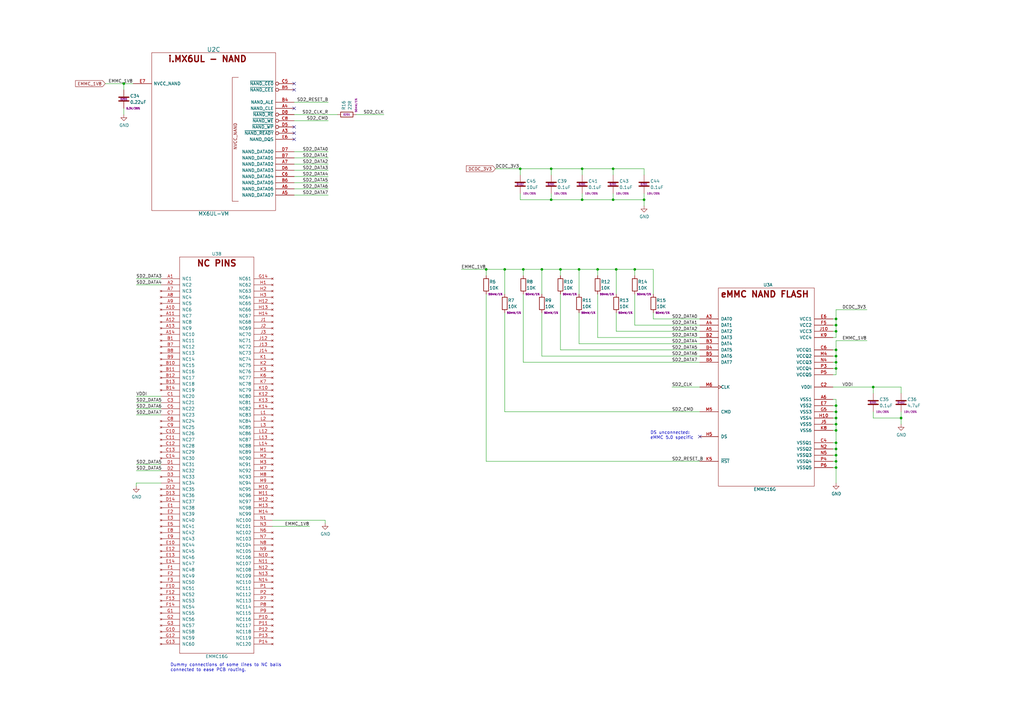
<source format=kicad_sch>
(kicad_sch (version 20230121) (generator eeschema)
  (paper "A3")
  (title_block (title "USB armory Mk II LAN") (date "2023-10-02") (rev "β") (company "WithSecure") (comment 1 "Copyright (c) The USB armory authors") (comment 2 "License: CERN-OHL-S") (comment 3 "https://github.com/usbarmory/usbarmory"))
  (junction (at 238.76 81.915))
  (junction (at 342.9 133.35))
  (junction (at 342.9 184.15))
  (junction (at 237.49 110.49))
  (junction (at 342.9 135.89))
  (junction (at 264.16 81.915))
  (junction (at 213.36 69.215))
  (junction (at 222.25 110.49))
  (junction (at 245.11 110.49))
  (junction (at 238.76 69.215))
  (junction (at 251.46 69.215))
  (junction (at 342.9 168.91))
  (junction (at 342.9 171.45))
  (junction (at 342.9 189.23))
  (junction (at 342.9 186.69))
  (junction (at 214.63 110.49))
  (junction (at 342.9 146.05))
  (junction (at 369.57 171.45))
  (junction (at 260.35 110.49))
  (junction (at 342.9 151.13))
  (junction (at 199.39 110.49))
  (junction (at 342.9 176.53))
  (junction (at 251.46 81.915))
  (junction (at 50.8 34.29))
  (junction (at 342.9 143.51))
  (junction (at 342.9 173.99))
  (junction (at 226.06 81.915))
  (junction (at 342.9 166.37))
  (junction (at 342.9 191.77))
  (junction (at 342.9 181.61))
  (junction (at 207.01 110.49))
  (junction (at 226.06 69.215))
  (junction (at 342.9 130.81))
  (junction (at 358.14 158.75))
  (junction (at 342.9 148.59))
  (junction (at 229.87 110.49))
  (junction (at 252.73 110.49))
  (no_connect (at 287.02 179.07))
  (no_connect (at 120.65 34.29))
  (no_connect (at 120.65 54.61))
  (no_connect (at 120.65 52.07))
  (no_connect (at 120.65 57.15))
  (no_connect (at 120.65 44.45))
  (no_connect (at 120.65 36.83))
  (wire (pts (xy 342.9 173.99) (xy 342.9 171.45)))
  (wire (pts (xy 251.46 81.915) (xy 251.46 79.375)))
  (wire (pts (xy 237.49 110.49) (xy 245.11 110.49)))
  (wire (pts (xy 120.65 69.85) (xy 134.62 69.85)))
  (wire (pts (xy 342.9 148.59) (xy 342.9 146.05)))
  (wire (pts (xy 120.65 62.23) (xy 134.62 62.23)))
  (wire (pts (xy 264.16 69.215) (xy 264.16 71.755)))
  (wire (pts (xy 342.9 176.53) (xy 342.9 173.99)))
  (wire (pts (xy 260.35 113.03) (xy 260.35 110.49)))
  (wire (pts (xy 341.63 176.53) (xy 342.9 176.53)))
  (wire (pts (xy 207.01 168.91) (xy 287.02 168.91)))
  (wire (pts (xy 358.14 158.75) (xy 369.57 158.75)))
  (wire (pts (xy 213.36 79.375) (xy 213.36 81.915)))
  (wire (pts (xy 342.9 153.67) (xy 342.9 151.13)))
  (wire (pts (xy 275.59 158.75) (xy 287.02 158.75)))
  (wire (pts (xy 213.36 71.755) (xy 213.36 69.215)))
  (wire (pts (xy 341.63 163.83) (xy 342.9 163.83)))
  (wire (pts (xy 341.63 171.45) (xy 342.9 171.45)))
  (wire (pts (xy 55.88 114.3) (xy 66.04 114.3)))
  (wire (pts (xy 55.88 198.12) (xy 55.88 199.39)))
  (wire (pts (xy 237.49 140.97) (xy 287.02 140.97)))
  (wire (pts (xy 264.16 81.915) (xy 264.16 79.375)))
  (wire (pts (xy 245.11 120.65) (xy 245.11 138.43)))
  (wire (pts (xy 260.35 120.65) (xy 260.35 133.35)))
  (wire (pts (xy 341.63 151.13) (xy 342.9 151.13)))
  (wire (pts (xy 55.88 116.84) (xy 66.04 116.84)))
  (wire (pts (xy 214.63 148.59) (xy 287.02 148.59)))
  (wire (pts (xy 199.39 189.23) (xy 287.02 189.23)))
  (wire (pts (xy 43.18 34.29) (xy 50.8 34.29)))
  (wire (pts (xy 207.01 110.49) (xy 214.63 110.49)))
  (wire (pts (xy 341.63 133.35) (xy 342.9 133.35)))
  (wire (pts (xy 341.63 158.75) (xy 358.14 158.75)))
  (wire (pts (xy 358.14 161.29) (xy 358.14 158.75)))
  (wire (pts (xy 207.01 128.27) (xy 207.01 168.91)))
  (wire (pts (xy 120.65 77.47) (xy 134.62 77.47)))
  (wire (pts (xy 238.76 69.215) (xy 251.46 69.215)))
  (wire (pts (xy 251.46 81.915) (xy 264.16 81.915)))
  (wire (pts (xy 146.05 46.99) (xy 157.48 46.99)))
  (wire (pts (xy 342.9 184.15) (xy 342.9 181.61)))
  (wire (pts (xy 341.63 138.43) (xy 342.9 138.43)))
  (wire (pts (xy 245.11 138.43) (xy 287.02 138.43)))
  (wire (pts (xy 342.9 181.61) (xy 342.9 176.53)))
  (wire (pts (xy 260.35 133.35) (xy 287.02 133.35)))
  (wire (pts (xy 342.9 168.91) (xy 342.9 166.37)))
  (wire (pts (xy 251.46 69.215) (xy 264.16 69.215)))
  (wire (pts (xy 267.97 128.27) (xy 267.97 130.81)))
  (wire (pts (xy 341.63 191.77) (xy 342.9 191.77)))
  (wire (pts (xy 342.9 153.67) (xy 341.63 153.67)))
  (wire (pts (xy 226.06 79.375) (xy 226.06 81.915)))
  (wire (pts (xy 369.57 161.29) (xy 369.57 158.75)))
  (wire (pts (xy 237.49 128.27) (xy 237.49 140.97)))
  (wire (pts (xy 189.23 110.49) (xy 199.39 110.49)))
  (wire (pts (xy 342.9 127) (xy 355.6 127)))
  (wire (pts (xy 222.25 146.05) (xy 287.02 146.05)))
  (wire (pts (xy 245.11 110.49) (xy 252.73 110.49)))
  (wire (pts (xy 341.63 181.61) (xy 342.9 181.61)))
  (wire (pts (xy 341.63 135.89) (xy 342.9 135.89)))
  (wire (pts (xy 203.2 69.215) (xy 213.36 69.215)))
  (wire (pts (xy 342.9 198.12) (xy 342.9 191.77)))
  (wire (pts (xy 120.65 74.93) (xy 134.62 74.93)))
  (wire (pts (xy 267.97 110.49) (xy 267.97 120.65)))
  (wire (pts (xy 342.9 139.7) (xy 342.9 143.51)))
  (wire (pts (xy 252.73 110.49) (xy 260.35 110.49)))
  (wire (pts (xy 55.88 170.18) (xy 66.04 170.18)))
  (wire (pts (xy 229.87 120.65) (xy 229.87 143.51)))
  (wire (pts (xy 342.9 135.89) (xy 342.9 133.35)))
  (wire (pts (xy 341.63 168.91) (xy 342.9 168.91)))
  (wire (pts (xy 55.88 165.1) (xy 66.04 165.1)))
  (wire (pts (xy 260.35 110.49) (xy 267.97 110.49)))
  (wire (pts (xy 222.25 110.49) (xy 229.87 110.49)))
  (wire (pts (xy 229.87 113.03) (xy 229.87 110.49)))
  (wire (pts (xy 226.06 71.755) (xy 226.06 69.215)))
  (wire (pts (xy 341.63 143.51) (xy 342.9 143.51)))
  (wire (pts (xy 199.39 110.49) (xy 207.01 110.49)))
  (wire (pts (xy 342.9 186.69) (xy 342.9 184.15)))
  (wire (pts (xy 264.16 81.915) (xy 264.16 84.455)))
  (wire (pts (xy 342.9 143.51) (xy 342.9 146.05)))
  (wire (pts (xy 214.63 113.03) (xy 214.63 110.49)))
  (wire (pts (xy 213.36 69.215) (xy 226.06 69.215)))
  (wire (pts (xy 238.76 71.755) (xy 238.76 69.215)))
  (wire (pts (xy 341.63 146.05) (xy 342.9 146.05)))
  (wire (pts (xy 214.63 120.65) (xy 214.63 148.59)))
  (wire (pts (xy 226.06 81.915) (xy 238.76 81.915)))
  (wire (pts (xy 238.76 81.915) (xy 251.46 81.915)))
  (wire (pts (xy 341.63 173.99) (xy 342.9 173.99)))
  (wire (pts (xy 120.65 72.39) (xy 134.62 72.39)))
  (wire (pts (xy 222.25 128.27) (xy 222.25 146.05)))
  (wire (pts (xy 238.76 79.375) (xy 238.76 81.915)))
  (wire (pts (xy 55.88 162.56) (xy 66.04 162.56)))
  (wire (pts (xy 252.73 128.27) (xy 252.73 135.89)))
  (wire (pts (xy 341.63 130.81) (xy 342.9 130.81)))
  (wire (pts (xy 342.9 191.77) (xy 342.9 189.23)))
  (wire (pts (xy 358.14 171.45) (xy 369.57 171.45)))
  (wire (pts (xy 55.88 198.12) (xy 66.04 198.12)))
  (wire (pts (xy 342.9 139.7) (xy 355.6 139.7)))
  (wire (pts (xy 341.63 166.37) (xy 342.9 166.37)))
  (wire (pts (xy 229.87 143.51) (xy 287.02 143.51)))
  (wire (pts (xy 55.88 190.5) (xy 66.04 190.5)))
  (wire (pts (xy 199.39 113.03) (xy 199.39 110.49)))
  (wire (pts (xy 252.73 120.65) (xy 252.73 110.49)))
  (wire (pts (xy 252.73 135.89) (xy 287.02 135.89)))
  (wire (pts (xy 342.9 133.35) (xy 342.9 130.81)))
  (wire (pts (xy 341.63 148.59) (xy 342.9 148.59)))
  (wire (pts (xy 133.35 213.36) (xy 133.35 214.63)))
  (wire (pts (xy 341.63 186.69) (xy 342.9 186.69)))
  (wire (pts (xy 50.8 36.83) (xy 50.8 34.29)))
  (wire (pts (xy 55.88 193.04) (xy 66.04 193.04)))
  (wire (pts (xy 237.49 110.49) (xy 237.49 120.65)))
  (wire (pts (xy 120.65 64.77) (xy 134.62 64.77)))
  (wire (pts (xy 120.65 41.91) (xy 134.62 41.91)))
  (wire (pts (xy 245.11 113.03) (xy 245.11 110.49)))
  (wire (pts (xy 229.87 110.49) (xy 237.49 110.49)))
  (wire (pts (xy 251.46 71.755) (xy 251.46 69.215)))
  (wire (pts (xy 342.9 138.43) (xy 342.9 135.89)))
  (wire (pts (xy 111.76 213.36) (xy 133.35 213.36)))
  (wire (pts (xy 214.63 110.49) (xy 222.25 110.49)))
  (wire (pts (xy 120.65 67.31) (xy 134.62 67.31)))
  (wire (pts (xy 55.88 167.64) (xy 66.04 167.64)))
  (wire (pts (xy 120.65 46.99) (xy 138.43 46.99)))
  (wire (pts (xy 207.01 120.65) (xy 207.01 110.49)))
  (wire (pts (xy 369.57 171.45) (xy 369.57 173.99)))
  (wire (pts (xy 341.63 184.15) (xy 342.9 184.15)))
  (wire (pts (xy 342.9 151.13) (xy 342.9 148.59)))
  (wire (pts (xy 120.65 49.53) (xy 134.62 49.53)))
  (wire (pts (xy 226.06 69.215) (xy 238.76 69.215)))
  (wire (pts (xy 358.14 168.91) (xy 358.14 171.45)))
  (wire (pts (xy 120.65 80.01) (xy 134.62 80.01)))
  (wire (pts (xy 342.9 171.45) (xy 342.9 168.91)))
  (wire (pts (xy 341.63 189.23) (xy 342.9 189.23)))
  (wire (pts (xy 50.8 44.45) (xy 50.8 46.99)))
  (wire (pts (xy 111.76 215.9) (xy 127 215.9)))
  (wire (pts (xy 342.9 130.81) (xy 342.9 127)))
  (wire (pts (xy 199.39 189.23) (xy 199.39 120.65)))
  (wire (pts (xy 369.57 168.91) (xy 369.57 171.45)))
  (wire (pts (xy 267.97 130.81) (xy 287.02 130.81)))
  (wire (pts (xy 213.36 81.915) (xy 226.06 81.915)))
  (wire (pts (xy 222.25 110.49) (xy 222.25 120.65)))
  (wire (pts (xy 342.9 166.37) (xy 342.9 163.83)))
  (wire (pts (xy 342.9 189.23) (xy 342.9 186.69)))
  (wire (pts (xy 50.8 34.29) (xy 54.61 34.29)))
  (text "DS unconnected:\neMMC 5.0 specific" (at 266.7 180.34 0) (effects (font (size 1.27 1.27)) (justify left bottom)))
  (text "Dummy connections of some lines to NC balls\nconnected to ease PCB routing." (at 69.85 275.59 0) (effects (font (size 1.27 1.27)) (justify left bottom)))
  (label "EMMC_1V8" (at 345.44 139.7 0))
  (label "SD2_DATA5" (at 134.62 74.93 180))
  (label "SD2_DATA0" (at 275.59 130.81 0))
  (label "SD2_DATA6" (at 275.59 146.05 0))
  (label "SD2_DATA3" (at 275.59 138.43 0))
  (label "SD2_DATA0" (at 134.62 62.23 180))
  (label "SD2_DATA7" (at 55.88 170.18 0))
  (label "SD2_CMD" (at 134.62 49.53 180))
  (label "EMMC_1V8" (at 189.23 110.49 0))
  (label "EMMC_1V8" (at 44.45 34.29 0))
  (label "SD2_CMD" (at 275.59 168.91 0))
  (label "SD2_DATA7" (at 134.62 80.01 180))
  (label "DCDC_3V3" (at 203.2 69.215 0))
  (label "SD2_DATA2" (at 134.62 67.31 180))
  (label "SD2_DATA4" (at 275.59 140.97 0))
  (label "SD2_CLK" (at 157.48 46.99 180))
  (label "SD2_DATA5" (at 55.88 165.1 0))
  (label "SD2_DATA3" (at 55.88 114.3 0))
  (label "SD2_CLK_R" (at 134.62 46.99 180))
  (label "SD2_DATA5" (at 275.59 143.51 0))
  (label "SD2_CLK" (at 275.59 158.75 0))
  (label "SD2_DATA1" (at 134.62 64.77 180))
  (label "SD2_DATA1" (at 275.59 133.35 0))
  (label "SD2_DATA5" (at 55.88 190.5 0))
  (label "DCDC_3V3" (at 345.44 127 0))
  (label "SD2_DATA6" (at 134.62 77.47 180))
  (label "SD2_DATA4" (at 55.88 116.84 0))
  (label "SD2_RESET_B" (at 275.59 189.23 0))
  (label "SD2_DATA2" (at 275.59 135.89 0))
  (label "EMMC_1V8" (at 116.84 215.9 0))
  (label "SD2_RESET_B" (at 134.62 41.91 180))
  (label "VDDI" (at 345.44 158.75 0))
  (label "VDDI" (at 55.88 162.56 0))
  (label "SD2_DATA4" (at 134.62 72.39 180))
  (label "SD2_DATA6" (at 55.88 167.64 0))
  (label "SD2_DATA5" (at 55.88 193.04 0))
  (label "SD2_DATA3" (at 134.62 69.85 180))
  (label "SD2_DATA7" (at 275.59 148.59 0))
  (global_label "EMMC_1V8" (shape input) (at 43.18 34.29 180) (property "Intersheetrefs" "${INTERSHEET_REFS}" (effects hide)))
  (global_label "DCDC_3V3" (shape input) (at 203.2 69.215 180) (property "Intersheetrefs" "${INTERSHEET_REFS}" (effects hide)))
  (symbol (lib_id "armory-mkII:EMMC16G") (at 313.69 118.11 0) (unit 1)
    (property "Reference" "U3" (at 314.96 116.84 0))
    (property "Value" "EMMC16G" (at 313.69 200.66 0))
    (property "Footprint" "snapeda:FBGA-153" (effects hide))
    (property "Datasheet" "https://media.kingston.com/pdfs/emmc/eMMC_Product_flyer.pdf" (effects hide))
    (property "Mfg" "Kingston" (effects hide))
    (property "Mfg PN" "EMMC16G-TB29-PZ90" (effects hide))
    (property "Desc" "eMMC 16GB" (effects hide))
    (property "Supplier" "Avnet" (effects hide))
    (property "Supplier PN" "-" (effects hide))
    (property "Alternative PN" "FEMDNN016G-58A43, FEMDRM016G-58A43 " (effects hide))
  )
  (symbol (lib_id "Power:GND") (at 342.9 198.12 0) (unit 1)
    (property "Reference" "#PWR031" (effects hide))
    (property "Value" "GND" (at 343.027 202.5142 0))
  )
  (symbol (lib_id "armory-mkII:MX6UL-VM") (at 87.63 21.59 0) (unit 3)
    (property "Reference" "U2" (at 87.63 20.32 0) (effects (font (size 1.778 1.778))))
    (property "Value" "MX6UL-VM" (at 87.63 87.63 0) (effects (font (size 1.524 1.524))))
    (property "Footprint" "armory-kicad:SOT1534-2" (effects hide))
    (property "Datasheet" "https://www.nxp.com/docs/en/data-sheet/IMX6ULLCEC.pdf" (effects hide))
    (property "Mfg PN" "MCIMX6Y2DVM09AB" (effects hide))
    (property "Mfg" "NXP" (effects hide))
    (property "Desc" "SoC" (effects hide))
    (property "Supplier" "Digikey" (effects hide))
    (property "Supplier PN" "568-14995-ND" (effects hide))
  )
  (symbol (lib_id "armory-mkII:EMMC16G") (at 88.9 105.41 0) (unit 2)
    (property "Reference" "U3" (at 88.9 104.14 0))
    (property "Value" "EMMC16G" (at 88.9 269.24 0))
    (property "Footprint" "snapeda:FBGA-153" (effects hide))
    (property "Datasheet" "https://media.kingston.com/pdfs/emmc/eMMC_Product_flyer.pdf" (effects hide))
    (property "Alternative PN" "FEMDNN016G-58A43, FEMDRM016G-58A43 " (effects hide))
    (property "Mfg PN" "EMMC16G-TB29-PZ90" (effects hide))
  )
  (symbol (lib_id "Power:GND") (at 369.57 173.99 0) (unit 1)
    (property "Reference" "#PWR032" (effects hide))
    (property "Value" "GND" (at 369.697 178.3842 0))
  )
  (symbol (lib_id "Device:R") (at 142.24 46.99 270) (unit 1)
    (property "Reference" "R16" (at 140.97 43.18 0))
    (property "Value" "22R" (at 143.51 43.18 0))
    (property "Footprint" "armory-kicad:SM0201" (effects hide))
    (property "Mfg" "Vishay Dale" (effects hide))
    (property "Mfg PN" "CRCW020122R0JNED" (effects hide))
    (property "Desc" "5%, 50mW" (effects hide))
    (property "Supplier" "Digikey" (effects hide))
    (property "Supplier PN" "541-22AGTR-ND" (effects hide))
    (property "FP" "0201" (at 142.24 46.99 90) (effects (font (size 0.762 0.762))))
    (property "Rating" "50mW/1%" (at 146.05 43.18 0) (effects (font (size 0.762 0.762))))
  )
  (symbol (lib_id "Device:R") (at 267.97 124.46 0) (unit 1)
    (property "Reference" "R15" (at 269.24 123.19 0) (effects (justify left)))
    (property "Value" "10K" (at 269.24 125.73 0) (effects (justify left)))
    (property "Footprint" "armory-kicad:SM0201" (effects hide))
    (property "Mfg" "Vishay Dale" (effects hide))
    (property "Mfg PN" "CRCW020110K0JNED" (effects hide))
    (property "Desc" "5%, 50mW" (effects hide))
    (property "Supplier" "Digikey" (effects hide))
    (property "Supplier PN" "541-10KAGTR-ND" (effects hide))
    (property "Rating" "50mW/1%" (at 271.78 128.27 0) (effects (font (size 0.762 0.762))))
    (property "FP" "0201" (effects hide))
  )
  (symbol (lib_id "Device:C") (at 226.06 75.565 0) (unit 1)
    (property "Reference" "C39" (at 228.6 74.295 0) (effects (justify left)))
    (property "Value" "0.1uF" (at 228.6 76.835 0) (effects (justify left)))
    (property "Footprint" "armory-kicad:SM0201" (effects hide))
    (property "Mfg" "Murata Electronics North America" (effects hide))
    (property "Mfg PN" "GRM033R61A104ME15D" (effects hide))
    (property "Desc" "X5R, 20%, 10V" (effects hide))
    (property "Supplier" "Digikey" (effects hide))
    (property "Supplier PN" "490-5405-2-ND" (effects hide))
    (property "FP" "0201" (at 226.06 75.565 0) (effects (font (size 0.762 0.762))))
    (property "Rating" "10V/20%" (at 229.87 79.375 0) (effects (font (size 0.762 0.762))))
  )
  (symbol (lib_id "Power:GND") (at 50.8 46.99 0) (unit 1)
    (property "Reference" "#PWR030" (effects hide))
    (property "Value" "GND" (at 50.927 51.3842 0))
  )
  (symbol (lib_id "Power:GND") (at 55.88 199.39 0) (unit 1)
    (property "Reference" "#PWR0102" (effects hide))
    (property "Value" "GND" (at 56.007 203.7842 0))
  )
  (symbol (lib_id "Power:GND") (at 133.35 214.63 0) (unit 1)
    (property "Reference" "#PWR0103" (effects hide))
    (property "Value" "GND" (at 133.477 219.0242 0))
  )
  (symbol (lib_id "Device:C") (at 50.8 40.64 0) (unit 1)
    (property "Reference" "C34" (at 53.34 39.37 0) (effects (justify left)))
    (property "Value" "0.22uF" (at 53.34 41.91 0) (effects (justify left)))
    (property "Footprint" "armory-kicad:SM0201" (effects hide))
    (property "Mfg" "Murata Electronics North America" (effects hide))
    (property "Mfg PN" "GRM033R60J224ME15D" (effects hide))
    (property "Desc" "X5R, 20%, 6.3V" (effects hide))
    (property "Supplier" "Digikey" (effects hide))
    (property "Supplier PN" "490-10407-1-ND" (effects hide))
    (property "FP" "0201" (at 50.8 40.64 0) (effects (font (size 0.762 0.762))))
    (property "Rating" "6.3V/20%" (at 54.61 44.45 0) (effects (font (size 0.762 0.762))))
  )
  (symbol (lib_id "Power:GND") (at 264.16 84.455 0) (unit 1)
    (property "Reference" "#PWR0112" (effects hide))
    (property "Value" "GND" (at 264.287 88.8492 0))
  )
  (symbol (lib_id "Device:C") (at 238.76 75.565 0) (unit 1)
    (property "Reference" "C41" (at 241.3 74.295 0) (effects (justify left)))
    (property "Value" "0.1uF" (at 241.3 76.835 0) (effects (justify left)))
    (property "Footprint" "armory-kicad:SM0201" (effects hide))
    (property "Mfg" "Murata Electronics North America" (effects hide))
    (property "Mfg PN" "GRM033R61A104ME15D" (effects hide))
    (property "Desc" "X5R, 20%, 10V" (effects hide))
    (property "Supplier" "Digikey" (effects hide))
    (property "Supplier PN" "490-5405-2-ND" (effects hide))
    (property "FP" "0201" (at 238.76 75.565 0) (effects (font (size 0.762 0.762))))
    (property "Rating" "10V/20%" (at 242.57 79.375 0) (effects (font (size 0.762 0.762))))
  )
  (symbol (lib_id "Device:C") (at 251.46 75.565 0) (unit 1)
    (property "Reference" "C43" (at 254 74.295 0) (effects (justify left)))
    (property "Value" "0.1uF" (at 254 76.835 0) (effects (justify left)))
    (property "Footprint" "armory-kicad:SM0201" (effects hide))
    (property "Mfg" "Murata Electronics North America" (effects hide))
    (property "Mfg PN" "GRM033R61A104ME15D" (effects hide))
    (property "Desc" "X5R, 20%, 10V" (effects hide))
    (property "Supplier" "Digikey" (effects hide))
    (property "Supplier PN" "490-5405-2-ND" (effects hide))
    (property "FP" "0201" (at 251.46 75.565 0) (effects (font (size 0.762 0.762))))
    (property "Rating" "10V/20%" (at 255.27 79.375 0) (effects (font (size 0.762 0.762))))
  )
  (symbol (lib_id "Device:C") (at 264.16 75.565 0) (unit 1)
    (property "Reference" "C44" (at 266.7 74.295 0) (effects (justify left)))
    (property "Value" "0.1uF" (at 266.7 76.835 0) (effects (justify left)))
    (property "Footprint" "armory-kicad:SM0201" (effects hide))
    (property "Mfg" "Murata Electronics North America" (effects hide))
    (property "Mfg PN" "GRM033R61A104ME15D" (effects hide))
    (property "Desc" "X5R, 20%, 10V" (effects hide))
    (property "Supplier" "Digikey" (effects hide))
    (property "Supplier PN" "490-5405-2-ND" (effects hide))
    (property "FP" "0201" (at 264.16 75.565 0) (effects (font (size 0.762 0.762))))
    (property "Rating" "10V/20%" (at 267.97 79.375 0) (effects (font (size 0.762 0.762))))
  )
  (symbol (lib_id "Device:C") (at 213.36 75.565 0) (unit 1)
    (property "Reference" "C45" (at 215.9 74.295 0) (effects (justify left)))
    (property "Value" "10uF" (at 215.9 76.835 0) (effects (justify left)))
    (property "Footprint" "armory-kicad:SM0402" (effects hide))
    (property "Mfg" "Samsung Electro-Mechanics" (effects hide))
    (property "Mfg PN" "CL05A106MP8NUB8" (effects hide))
    (property "Desc" "X5R, 20%, 10V" (effects hide))
    (property "Supplier" "Digikey" (effects hide))
    (property "Supplier PN" "1276-6830-1-ND" (effects hide))
    (property "FP" "0402" (at 213.36 75.565 0) (effects (font (size 0.762 0.762))))
    (property "Rating" "10V/20%" (at 217.17 79.375 0) (effects (font (size 0.762 0.762))))
  )
  (symbol (lib_id "Device:C") (at 358.14 165.1 0) (unit 1)
    (property "Reference" "C35" (at 360.68 163.83 0) (effects (justify left)))
    (property "Value" "0.1uF" (at 360.68 166.37 0) (effects (justify left)))
    (property "Footprint" "armory-kicad:SM0201" (effects hide))
    (property "Mfg" "Murata Electronics North America" (effects hide))
    (property "Mfg PN" "GRM033R61A104ME15D" (effects hide))
    (property "Desc" "X5R, 20%, 10V" (effects hide))
    (property "Supplier" "Digikey" (effects hide))
    (property "Supplier PN" "490-5405-2-ND" (effects hide))
    (property "FP" "0201" (at 358.14 165.1 0) (effects (font (size 0.762 0.762))))
    (property "Rating" "10V/20%" (at 361.95 168.91 0) (effects (font (size 0.762 0.762))))
  )
  (symbol (lib_id "Device:C") (at 369.57 165.1 0) (unit 1)
    (property "Reference" "C36" (at 372.11 163.83 0) (effects (justify left)))
    (property "Value" "4.7uF" (at 372.11 166.37 0) (effects (justify left)))
    (property "Footprint" "armory-kicad:SM0402" (effects hide))
    (property "Mfg" "Murata Electronics North America" (effects hide))
    (property "Mfg PN" "ZRB15XR61A475ME01D" (effects hide))
    (property "Desc" "X5R, 20%, 10V" (effects hide))
    (property "Supplier" "Digikey" (effects hide))
    (property "Supplier PN" "490-10984-1-ND" (effects hide))
    (property "FP" "0402" (at 369.57 165.1 0) (effects (font (size 0.762 0.762))))
    (property "Rating" "10V/20%" (at 373.38 168.91 0) (effects (font (size 0.762 0.762))))
  )
  (symbol (lib_id "Device:R") (at 260.35 116.84 0) (unit 1)
    (property "Reference" "R14" (at 261.62 115.57 0) (effects (justify left)))
    (property "Value" "10K" (at 261.62 118.11 0) (effects (justify left)))
    (property "Footprint" "armory-kicad:SM0201" (effects hide))
    (property "Mfg" "Vishay Dale" (effects hide))
    (property "Mfg PN" "CRCW020110K0JNED" (effects hide))
    (property "Desc" "5%, 50mW" (effects hide))
    (property "Supplier" "Digikey" (effects hide))
    (property "Supplier PN" "541-10KAGTR-ND" (effects hide))
    (property "Rating" "50mW/1%" (at 264.16 120.65 0) (effects (font (size 0.762 0.762))))
    (property "FP" "0201" (effects hide))
  )
  (symbol (lib_id "Device:R") (at 252.73 124.46 0) (unit 1)
    (property "Reference" "R13" (at 254 123.19 0) (effects (justify left)))
    (property "Value" "10K" (at 254 125.73 0) (effects (justify left)))
    (property "Footprint" "armory-kicad:SM0201" (effects hide))
    (property "Mfg" "Vishay Dale" (effects hide))
    (property "Mfg PN" "CRCW020110K0JNED" (effects hide))
    (property "Desc" "5%, 50mW" (effects hide))
    (property "Supplier" "Digikey" (effects hide))
    (property "Supplier PN" "541-10KAGTR-ND" (effects hide))
    (property "Rating" "50mW/1%" (at 256.54 128.27 0) (effects (font (size 0.762 0.762))))
    (property "FP" "0201" (effects hide))
  )
  (symbol (lib_id "Device:R") (at 245.11 116.84 0) (unit 1)
    (property "Reference" "R12" (at 246.38 115.57 0) (effects (justify left)))
    (property "Value" "10K" (at 246.38 118.11 0) (effects (justify left)))
    (property "Footprint" "armory-kicad:SM0201" (effects hide))
    (property "Mfg" "Vishay Dale" (effects hide))
    (property "Mfg PN" "CRCW020110K0JNED" (effects hide))
    (property "Desc" "5%, 50mW" (effects hide))
    (property "Supplier" "Digikey" (effects hide))
    (property "Supplier PN" "541-10KAGTR-ND" (effects hide))
    (property "Rating" "50mW/1%" (at 248.92 120.65 0) (effects (font (size 0.762 0.762))))
    (property "FP" "0201" (effects hide))
  )
  (symbol (lib_id "Device:R") (at 237.49 124.46 0) (unit 1)
    (property "Reference" "R11" (at 238.76 123.19 0) (effects (justify left)))
    (property "Value" "10K" (at 238.76 125.73 0) (effects (justify left)))
    (property "Footprint" "armory-kicad:SM0201" (effects hide))
    (property "Mfg" "Vishay Dale" (effects hide))
    (property "Mfg PN" "CRCW020110K0JNED" (effects hide))
    (property "Desc" "5%, 50mW" (effects hide))
    (property "Supplier" "Digikey" (effects hide))
    (property "Supplier PN" "541-10KAGTR-ND" (effects hide))
    (property "Rating" "50mW/1%" (at 241.3 128.27 0) (effects (font (size 0.762 0.762))))
    (property "FP" "0201" (effects hide))
  )
  (symbol (lib_id "Device:R") (at 229.87 116.84 0) (unit 1)
    (property "Reference" "R10" (at 231.14 115.57 0) (effects (justify left)))
    (property "Value" "10K" (at 231.14 118.11 0) (effects (justify left)))
    (property "Footprint" "armory-kicad:SM0201" (effects hide))
    (property "Mfg" "Vishay Dale" (effects hide))
    (property "Mfg PN" "CRCW020110K0JNED" (effects hide))
    (property "Desc" "5%, 50mW" (effects hide))
    (property "Supplier" "Digikey" (effects hide))
    (property "Supplier PN" "541-10KAGTR-ND" (effects hide))
    (property "Rating" "50mW/1%" (at 233.68 120.65 0) (effects (font (size 0.762 0.762))))
    (property "FP" "0201" (effects hide))
  )
  (symbol (lib_id "Device:R") (at 222.25 124.46 0) (unit 1)
    (property "Reference" "R9" (at 223.52 123.19 0) (effects (justify left)))
    (property "Value" "10K" (at 223.52 125.73 0) (effects (justify left)))
    (property "Footprint" "armory-kicad:SM0201" (effects hide))
    (property "Mfg" "Vishay Dale" (effects hide))
    (property "Mfg PN" "CRCW020110K0JNED" (effects hide))
    (property "Desc" "5%, 50mW" (effects hide))
    (property "Supplier" "Digikey" (effects hide))
    (property "Supplier PN" "541-10KAGTR-ND" (effects hide))
    (property "Rating" "50mW/1%" (at 226.06 128.27 0) (effects (font (size 0.762 0.762))))
    (property "FP" "0201" (effects hide))
  )
  (symbol (lib_id "Device:R") (at 214.63 116.84 0) (unit 1)
    (property "Reference" "R8" (at 215.9 115.57 0) (effects (justify left)))
    (property "Value" "10K" (at 215.9 118.11 0) (effects (justify left)))
    (property "Footprint" "armory-kicad:SM0201" (effects hide))
    (property "Mfg" "Vishay Dale" (effects hide))
    (property "Mfg PN" "CRCW020110K0JNED" (effects hide))
    (property "Desc" "5%, 50mW" (effects hide))
    (property "Supplier" "Digikey" (effects hide))
    (property "Supplier PN" "541-10KAGTR-ND" (effects hide))
    (property "Rating" "50mW/1%" (at 218.44 120.65 0) (effects (font (size 0.762 0.762))))
    (property "FP" "0201" (effects hide))
  )
  (symbol (lib_id "Device:R") (at 207.01 124.46 0) (unit 1)
    (property "Reference" "R7" (at 208.28 123.19 0) (effects (justify left)))
    (property "Value" "10K" (at 208.28 125.73 0) (effects (justify left)))
    (property "Footprint" "armory-kicad:SM0201" (effects hide))
    (property "Mfg" "Vishay Dale" (effects hide))
    (property "Mfg PN" "CRCW020110K0JNED" (effects hide))
    (property "Desc" "5%, 50mW" (effects hide))
    (property "Supplier" "Digikey" (effects hide))
    (property "Supplier PN" "541-10KAGTR-ND" (effects hide))
    (property "Rating" "50mW/1%" (at 210.82 128.27 0) (effects (font (size 0.762 0.762))))
    (property "FP" "0201" (effects hide))
  )
  (symbol (lib_id "Device:R") (at 199.39 116.84 0) (unit 1)
    (property "Reference" "R6" (at 200.66 115.57 0) (effects (justify left)))
    (property "Value" "10K" (at 200.66 118.11 0) (effects (justify left)))
    (property "Footprint" "armory-kicad:SM0201" (effects hide))
    (property "Mfg" "Vishay Dale" (effects hide))
    (property "Mfg PN" "CRCW020110K0JNED" (effects hide))
    (property "Desc" "5%, 50mW" (effects hide))
    (property "Supplier" "Digikey" (effects hide))
    (property "Supplier PN" "541-10KAGTR-ND" (effects hide))
    (property "Rating" "50mW/1%" (at 203.2 120.65 0) (effects (font (size 0.762 0.762))))
    (property "FP" "0201" (effects hide))
  )
)
</source>
